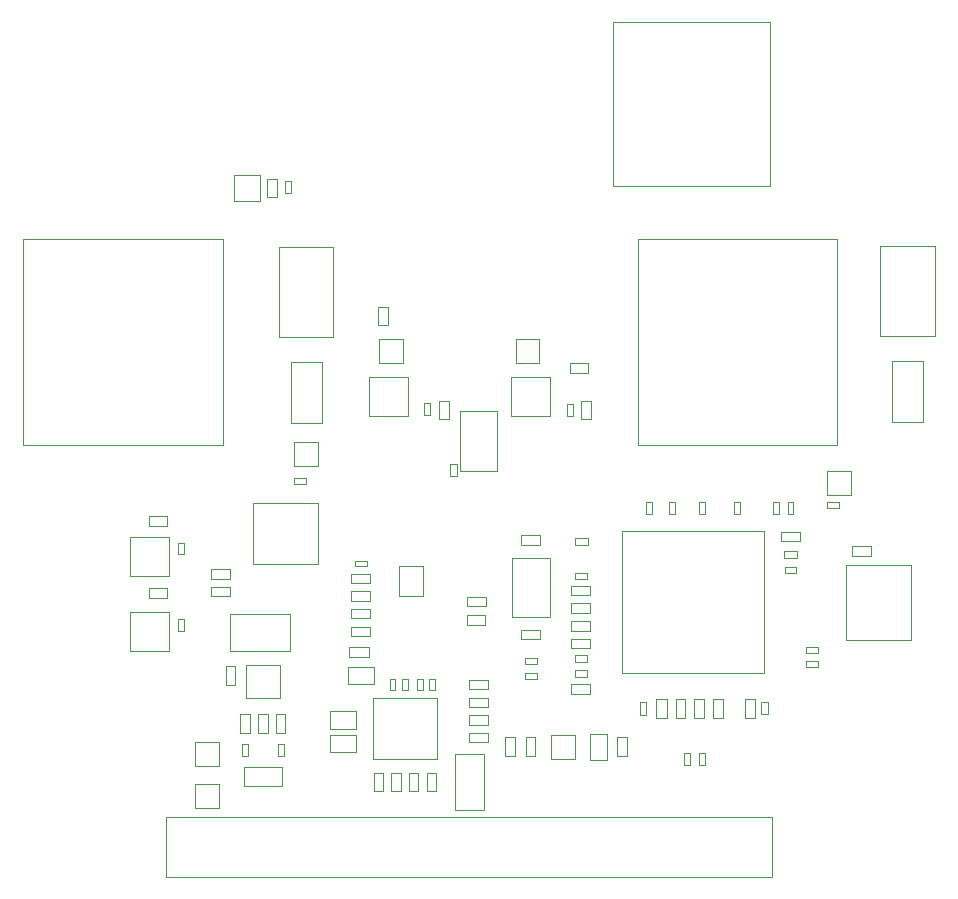
<source format=gbr>
%TF.GenerationSoftware,Altium Limited,Altium Designer,21.6.1 (37)*%
G04 Layer_Color=16711935*
%FSLAX45Y45*%
%MOMM*%
%TF.SameCoordinates,308497C2-864B-4A42-B135-7B231B7309CE*%
%TF.FilePolarity,Positive*%
%TF.FileFunction,Other,Components*%
%TF.Part,Single*%
G01*
G75*
%TA.AperFunction,NonConductor*%
%ADD103C,0.10000*%
%ADD104C,0.05000*%
%ADD106C,0.10160*%
D103*
X5214358Y5994988D02*
X6544359D01*
Y7389989D01*
X5214358D02*
X6544359D01*
X5214358Y5994988D02*
Y7389989D01*
X1914384Y3809984D02*
Y5549978D01*
X224378Y3809984D02*
X1914384D01*
X224378D02*
Y5549978D01*
X1914384D01*
X7114384Y3809984D02*
Y5549978D01*
X5424377Y3809984D02*
X7114384D01*
X5424377D02*
Y5549978D01*
X7114384D01*
X6495257Y1874129D02*
Y3075870D01*
X5293516Y1874129D02*
X6495257D01*
X5293516D02*
Y3075870D01*
X6495257D01*
X4679363Y2350014D02*
Y2850016D01*
X4359363Y2350014D02*
X4679363D01*
X4359363D02*
Y2850016D01*
X4679363D01*
X7187580Y2788481D02*
X7737586D01*
X7187580Y2153489D02*
Y2788481D01*
Y2153489D02*
X7737586D01*
Y2788481D01*
D104*
X3234370Y4499996D02*
X3434368D01*
Y4699993D01*
X3234370D02*
X3434368D01*
X3234370Y4499996D02*
Y4699993D01*
X4391861Y4700004D02*
X4591858D01*
X4391861Y4500007D02*
Y4700004D01*
Y4500007D02*
X4591858D01*
Y4700004D01*
X7232369Y3385006D02*
Y3585004D01*
X7032371D02*
X7232369D01*
X7032371Y3385006D02*
Y3585004D01*
Y3385006D02*
X7232369D01*
X2719369Y3627507D02*
Y3827504D01*
X2519371D02*
X2719369D01*
X2519371Y3627507D02*
Y3827504D01*
Y3627507D02*
X2719369D01*
X2006954Y5867730D02*
Y6092242D01*
X2226946D01*
Y5867730D02*
Y6092242D01*
X2006954Y5867730D02*
X2226946D01*
X2441949Y6039990D02*
X2491952D01*
Y5939983D02*
Y6039990D01*
X2441949Y5939983D02*
Y6039990D01*
Y5939983D02*
X2491952D01*
X2284467Y6057523D02*
X2369470D01*
X2284467Y5902522D02*
X2369470D01*
X2284467D02*
Y6057523D01*
X2369470Y5902522D02*
Y6057523D01*
X1434991Y145991D02*
X6564994D01*
X1434991D02*
Y653991D01*
X6564994D01*
Y145991D02*
Y653991D01*
X5021858Y1140004D02*
X5166862D01*
X5021858D02*
Y1360005D01*
X5166862Y1140004D02*
Y1360005D01*
X5021858D02*
X5166862D01*
X5254364Y1170000D02*
Y1330000D01*
X5334364Y1170000D02*
Y1330000D01*
X5254364D02*
X5334364D01*
X5254364Y1170000D02*
X5334364D01*
X4479364D02*
Y1330000D01*
X4559364Y1170000D02*
Y1330000D01*
X4479364D02*
X4559364D01*
X4479364Y1170000D02*
X4559364D01*
X4304365D02*
Y1330000D01*
X4384364Y1170000D02*
Y1330000D01*
X4304365D02*
X4384364D01*
X4304365Y1170000D02*
X4384364D01*
X3921864Y3585000D02*
Y4090000D01*
X4231864Y3585000D02*
Y4090000D01*
X3921864Y3585000D02*
X4231864D01*
X3921864Y4090000D02*
X4231864D01*
X3226863Y4977523D02*
X3311866D01*
X3226863Y4822522D02*
X3311866D01*
X3226863D02*
Y4977523D01*
X3311866Y4822522D02*
Y4977523D01*
X4849387Y4412498D02*
X5004388D01*
X4849387Y4497501D02*
X5004388D01*
X4849387Y4412498D02*
Y4497501D01*
X5004388Y4412498D02*
Y4497501D01*
X2519374Y3474980D02*
Y3524984D01*
X2619381D01*
X2519374Y3474980D02*
X2619381D01*
Y3524984D01*
X7129381Y3274980D02*
Y3324984D01*
X7029375Y3274980D02*
X7129381D01*
X7029375Y3324984D02*
X7129381D01*
X7029375Y3274980D02*
Y3324984D01*
X4941863Y4022477D02*
Y4177478D01*
X5026865Y4022477D02*
Y4177478D01*
X4941863D02*
X5026865D01*
X4941863Y4022477D02*
X5026865D01*
X3831866Y4027522D02*
Y4182523D01*
X3746863Y4027522D02*
Y4182523D01*
Y4027522D02*
X3831866D01*
X3746863Y4182523D02*
X3831866D01*
X4824380Y4150017D02*
X4874384D01*
Y4050010D02*
Y4150017D01*
X4824380Y4050010D02*
Y4150017D01*
Y4050010D02*
X4874384D01*
X3614380Y4157517D02*
X3664384D01*
Y4057510D02*
Y4157517D01*
X3614380Y4057510D02*
Y4157517D01*
Y4057510D02*
X3664384D01*
X4684364Y4053000D02*
Y4383000D01*
X4354364Y4053000D02*
Y4383000D01*
X4684364D01*
X4354364Y4053000D02*
X4684364D01*
X3154364Y4053501D02*
X3484364D01*
X3154364Y4383501D02*
X3484364D01*
X3154364Y4053501D02*
Y4383501D01*
X3484364Y4053501D02*
Y4383501D01*
X2489364Y3990000D02*
Y4510000D01*
X2749364Y3990000D02*
Y4510000D01*
X2489364D02*
X2749364D01*
X2489364Y3990000D02*
X2749364D01*
X7579364Y4000000D02*
Y4520000D01*
X7839364Y4000000D02*
Y4520000D01*
X7579364D02*
X7839364D01*
X7579364Y4000000D02*
X7839364D01*
X3839375Y3542493D02*
X3894378D01*
X3839375D02*
Y3647491D01*
X3894378Y3542493D02*
Y3647491D01*
X3839375D02*
X3894378D01*
X2849364Y4720000D02*
Y5480000D01*
X2389364Y4720000D02*
Y5480000D01*
Y4720000D02*
X2849364D01*
X2389364Y5480000D02*
X2849364D01*
X7939364Y4730000D02*
Y5490000D01*
X7479364Y4730000D02*
Y5490000D01*
Y4730000D02*
X7939364D01*
X7479364Y5490000D02*
X7939364D01*
X3879005Y1186501D02*
X4120000D01*
X3879005Y718499D02*
Y1186501D01*
X3875000Y718499D02*
X4125000D01*
X4120000D02*
Y1186501D01*
X1974364Y2065000D02*
X2479364D01*
X1974364Y2375000D02*
X2479364D01*
Y2065000D02*
Y2375000D01*
X1974364Y2065000D02*
Y2375000D01*
X1286841Y3207502D02*
X1441842D01*
X1286841Y3122499D02*
X1441842D01*
Y3207502D01*
X1286841Y3122499D02*
Y3207502D01*
X1286886Y2512498D02*
X1441887D01*
X1286886Y2597501D02*
X1441887D01*
X1286886Y2512498D02*
Y2597501D01*
X1441887Y2512498D02*
Y2597501D01*
X1536880Y2980017D02*
X1586884D01*
Y2880010D02*
Y2980017D01*
X1536880Y2880010D02*
Y2980017D01*
Y2880010D02*
X1586884D01*
X1536880Y2335018D02*
X1586884D01*
Y2235011D02*
Y2335018D01*
X1536880Y2235011D02*
Y2335018D01*
Y2235011D02*
X1586884D01*
X1454364Y2700000D02*
Y3030000D01*
X1124364Y2700000D02*
Y3030000D01*
Y2700000D02*
X1454364D01*
X1124364Y3030000D02*
X1454364D01*
Y2060000D02*
Y2390000D01*
X1124364Y2060000D02*
Y2390000D01*
Y2060000D02*
X1454364D01*
X1124364Y2390000D02*
X1454364D01*
X1879358Y733515D02*
Y933512D01*
X1679360Y733515D02*
X1879358D01*
X1679360Y933512D02*
X1879358D01*
X1679360Y733515D02*
Y933512D01*
Y1090015D02*
Y1290013D01*
X1879358D01*
X1679360Y1090015D02*
X1879358D01*
Y1290013D01*
X3324344Y1727483D02*
X3374348D01*
X3324344D02*
Y1827490D01*
X3374348Y1727483D02*
Y1827490D01*
X3324344D02*
X3374348D01*
X3429345Y1727483D02*
X3479348D01*
X3429345D02*
Y1827490D01*
X3479348Y1727483D02*
Y1827490D01*
X3429345D02*
X3479348D01*
X3554345Y1727483D02*
X3604348D01*
X3554345D02*
Y1827490D01*
X3604348Y1727483D02*
Y1827490D01*
X3554345D02*
X3604348D01*
X3659344Y1727483D02*
X3709348D01*
X3659344D02*
Y1827490D01*
X3709348Y1727483D02*
Y1827490D01*
X3659344D02*
X3709348D01*
X3029374Y2777481D02*
Y2827485D01*
X3129381D01*
X3029374Y2777481D02*
X3129381D01*
Y2827485D01*
X3976886Y2284999D02*
X4131887D01*
X3976886Y2370002D02*
X4131887D01*
X3976886Y2284999D02*
Y2370002D01*
X4131887Y2284999D02*
Y2370002D01*
X5986866Y1497522D02*
Y1652523D01*
X5901863Y1497522D02*
Y1652523D01*
Y1497522D02*
X5986866D01*
X5901863Y1652523D02*
X5986866D01*
X6059363Y1497477D02*
Y1652478D01*
X6144365Y1497477D02*
Y1652478D01*
X6059363D02*
X6144365D01*
X6059363Y1497477D02*
X6144365D01*
X3181864Y1145201D02*
X3726864D01*
X3181864D02*
Y1660001D01*
X3726864Y1145201D02*
Y1660001D01*
X3181864D02*
X3726864D01*
X2171864Y3312300D02*
X2716865D01*
Y2797500D02*
Y3312300D01*
X2171864Y2797500D02*
Y3312300D01*
Y2797500D02*
X2716865D01*
X3404349Y2777517D02*
X3604347D01*
X3404349Y2527516D02*
X3604347D01*
X3404349D02*
Y2777517D01*
X3604347Y2527516D02*
Y2777517D01*
X3146864Y2007500D02*
Y2092500D01*
X2981864Y2007500D02*
Y2092500D01*
X3146864D01*
X2981864Y2007500D02*
X3146864D01*
X3189369Y1780003D02*
Y1925007D01*
X2969368Y1780003D02*
X3189369D01*
X2969368Y1925007D02*
X3189369D01*
X2969368Y1780003D02*
Y1925007D01*
X3976864Y2440000D02*
Y2520000D01*
X4136864Y2440000D02*
Y2520000D01*
X3976864Y2440000D02*
X4136864D01*
X3976864Y2520000D02*
X4136864D01*
X4159364Y1737500D02*
Y1817500D01*
X3999364Y1737500D02*
Y1817500D01*
X4159364D01*
X3999364Y1737500D02*
X4159364D01*
Y1587500D02*
Y1667500D01*
X3999364Y1587500D02*
Y1667500D01*
X4159364D01*
X3999364Y1587500D02*
X4159364D01*
Y1437500D02*
Y1517500D01*
X3999364Y1437500D02*
Y1517500D01*
X4159364D01*
X3999364Y1437500D02*
X4159364D01*
Y1287500D02*
Y1367500D01*
X3999364Y1287500D02*
Y1367500D01*
X4159364D01*
X3999364Y1287500D02*
X4159364D01*
X3039369Y1405003D02*
Y1550007D01*
X2819369Y1405003D02*
X3039369D01*
X2819369Y1550007D02*
X3039369D01*
X2819369Y1405003D02*
Y1550007D01*
X3039369Y1205003D02*
Y1350007D01*
X2819369Y1205003D02*
X3039369D01*
X2819369Y1350007D02*
X3039369D01*
X2819369Y1205003D02*
Y1350007D01*
X3189364Y872501D02*
X3269364D01*
X3189364Y1032501D02*
X3269364D01*
Y872501D02*
Y1032501D01*
X3189364Y872501D02*
Y1032501D01*
X3339364Y872501D02*
X3419364D01*
X3339364Y1032501D02*
X3419364D01*
Y872501D02*
Y1032501D01*
X3339364Y872501D02*
Y1032501D01*
X3489364Y872501D02*
X3569364D01*
X3489364Y1032501D02*
X3569364D01*
Y872501D02*
Y1032501D01*
X3489364Y872501D02*
Y1032501D01*
X3639364Y872501D02*
X3719364D01*
X3639364Y1032501D02*
X3719364D01*
Y872501D02*
Y1032501D01*
X3639364Y872501D02*
Y1032501D01*
X1971864Y2525000D02*
Y2605000D01*
X1811864Y2525000D02*
Y2605000D01*
X1971864D01*
X1811864Y2525000D02*
X1971864D01*
Y2675000D02*
Y2755000D01*
X1811864Y2675000D02*
Y2755000D01*
X1971864D01*
X1811864Y2675000D02*
X1971864D01*
X3159364Y2637500D02*
Y2717500D01*
X2999364Y2637500D02*
Y2717500D01*
X3159364D01*
X2999364Y2637500D02*
X3159364D01*
X3159365Y2487500D02*
Y2567500D01*
X2999364Y2487500D02*
Y2567500D01*
X3159365D01*
X2999364Y2487500D02*
X3159365D01*
Y2187501D02*
Y2267500D01*
X2999364Y2187501D02*
Y2267500D01*
X3159365D01*
X2999364Y2187501D02*
X3159365D01*
Y2337501D02*
Y2417500D01*
X2999364Y2337501D02*
Y2417500D01*
X3159365D01*
X2999364Y2337501D02*
X3159365D01*
X6951881Y2044980D02*
Y2094984D01*
X6851875Y2044980D02*
X6951881D01*
X6851875Y2094984D02*
X6951881D01*
X6851875Y2044980D02*
Y2094984D01*
X6851847Y1925016D02*
Y1975019D01*
X6951854D01*
X6851847Y1925016D02*
X6951854D01*
Y1975019D01*
X4569381Y1949980D02*
Y1999984D01*
X4469374Y1949980D02*
X4569381D01*
X4469374Y1999984D02*
X4569381D01*
X4469374Y1949980D02*
Y1999984D01*
X5944345Y1099983D02*
X5994348D01*
X5944345D02*
Y1199990D01*
X5994348Y1099983D02*
Y1199990D01*
X5944345D02*
X5994348D01*
X6694345Y3224983D02*
X6744348D01*
X6694345D02*
Y3324990D01*
X6744348Y3224983D02*
Y3324990D01*
X6694345D02*
X6744348D01*
X5819380Y1200017D02*
X5869384D01*
Y1100010D02*
Y1200017D01*
X5819380Y1100010D02*
Y1200017D01*
Y1100010D02*
X5869384D01*
X6569380Y3325017D02*
X6619384D01*
Y3225010D02*
Y3325017D01*
X6569380Y3225010D02*
Y3325017D01*
Y3225010D02*
X6619384D01*
X4896857Y2962487D02*
Y3017489D01*
X5001855D01*
X4896857Y2962487D02*
X5001855D01*
Y3017489D01*
X6471876Y1632491D02*
X6526878D01*
Y1527493D02*
Y1632491D01*
X6471876Y1527493D02*
Y1632491D01*
Y1527493D02*
X6526878D01*
X6336864Y1495000D02*
X6416864D01*
X6336864Y1655000D02*
X6416864D01*
Y1495000D02*
Y1655000D01*
X6336864Y1495000D02*
Y1655000D01*
X5669366Y1497523D02*
Y1652523D01*
X5584363Y1497523D02*
Y1652523D01*
Y1497523D02*
X5669366D01*
X5584363Y1652523D02*
X5669366D01*
X5746865Y1495000D02*
X5826864D01*
X5746865Y1655000D02*
X5826864D01*
Y1495000D02*
Y1655000D01*
X5746865Y1495000D02*
Y1655000D01*
X5441875Y1627491D02*
X5496878D01*
Y1522493D02*
Y1627491D01*
X5441875Y1522493D02*
Y1627491D01*
Y1522493D02*
X5496878D01*
X4864365Y1700000D02*
Y1780000D01*
X5024365Y1700000D02*
Y1780000D01*
X4864365Y1700000D02*
X5024365D01*
X4864365Y1780000D02*
X5024365D01*
X6666874Y2852511D02*
Y2907513D01*
X6771871D01*
X6666874Y2852511D02*
X6771871D01*
Y2907513D01*
X6799364Y2990000D02*
Y3070000D01*
X6639364Y2990000D02*
Y3070000D01*
X6799364D01*
X6639364Y2990000D02*
X6799364D01*
X6244345Y3224983D02*
X6294348D01*
X6244345D02*
Y3324990D01*
X6294348Y3224983D02*
Y3324990D01*
X6244345D02*
X6294348D01*
X4996855Y1842487D02*
Y1897489D01*
X4891858Y1842487D02*
X4996855D01*
X4891858Y1897489D02*
X4996855D01*
X4891858Y1842487D02*
Y1897489D01*
X4996855Y1972487D02*
Y2027489D01*
X4891858Y1972487D02*
X4996855D01*
X4891858Y2027489D02*
X4996855D01*
X4891858Y1972487D02*
Y2027489D01*
X6669347Y2725016D02*
Y2775019D01*
X6769354D01*
X6669347Y2725016D02*
X6769354D01*
Y2775019D01*
X4439365Y2160000D02*
Y2240000D01*
X4599365Y2160000D02*
Y2240000D01*
X4439365Y2160000D02*
X4599365D01*
X4439365Y2240000D02*
X4599365D01*
X5944345Y3224983D02*
X5994348D01*
X5944345D02*
Y3324990D01*
X5994348Y3224983D02*
Y3324990D01*
X5944345D02*
X5994348D01*
X4864365Y2535000D02*
Y2615000D01*
X5024365Y2535000D02*
Y2615000D01*
X4864365Y2535000D02*
X5024365D01*
X4864365Y2615000D02*
X5024365D01*
X4994382Y2674980D02*
Y2724984D01*
X4894375Y2674980D02*
X4994382D01*
X4894375Y2724984D02*
X4994382D01*
X4894375Y2674980D02*
Y2724984D01*
X5694345Y3224983D02*
X5744348D01*
X5694345D02*
Y3324990D01*
X5744348Y3224983D02*
Y3324990D01*
X5694345D02*
X5744348D01*
X5491851Y3222509D02*
X5546853D01*
X5491851D02*
Y3327507D01*
X5546853Y3222509D02*
Y3327507D01*
X5491851D02*
X5546853D01*
X4864365Y2085000D02*
Y2165000D01*
X5024365Y2085000D02*
Y2165000D01*
X4864365Y2085000D02*
X5024365D01*
X4864365Y2165000D02*
X5024365D01*
X4864365Y2385000D02*
Y2465000D01*
X5024365Y2385000D02*
Y2465000D01*
X4864365Y2385000D02*
X5024365D01*
X4864365Y2465000D02*
X5024365D01*
X4864365Y2235000D02*
Y2315000D01*
X5024365Y2235000D02*
Y2315000D01*
X4864365Y2235000D02*
X5024365D01*
X4864365Y2315000D02*
X5024365D01*
X4599365Y2960000D02*
Y3040000D01*
X4439365Y2960000D02*
Y3040000D01*
X4599365D01*
X4439365Y2960000D02*
X4599365D01*
X4569354Y1825016D02*
Y1875019D01*
X4469347Y1825016D02*
X4569354D01*
X4469347Y1875019D02*
X4569354D01*
X4469347Y1825016D02*
Y1875019D01*
X2411882Y919995D02*
Y1080003D01*
X2091883Y919995D02*
Y1080003D01*
X2411882D01*
X2091883Y919995D02*
X2411882D01*
X2141864Y1370000D02*
Y1530000D01*
X2061864Y1370000D02*
Y1530000D01*
Y1370000D02*
X2141864D01*
X2061864Y1530000D02*
X2141864D01*
X2376880Y1175010D02*
X2426883D01*
X2376880D02*
Y1275017D01*
X2426883Y1175010D02*
Y1275017D01*
X2376880D02*
X2426883D01*
X2361864Y1370000D02*
Y1530000D01*
X2441864Y1370000D02*
Y1530000D01*
X2361864D02*
X2441864D01*
X2361864Y1370000D02*
X2441864D01*
X2076880Y1175010D02*
X2126883D01*
X2076880D02*
Y1275017D01*
X2126883Y1175010D02*
Y1275017D01*
X2076880D02*
X2126883D01*
X2211864Y1370000D02*
Y1530000D01*
X2291864Y1370000D02*
Y1530000D01*
X2211864D02*
X2291864D01*
X2211864Y1370000D02*
X2291864D01*
X2396867Y1660006D02*
Y1939999D01*
X2106860Y1660006D02*
X2396867D01*
X2106860D02*
Y1939999D01*
X2396867D01*
X1936864Y1777500D02*
Y1937500D01*
X2016864Y1777500D02*
Y1937500D01*
X1936864D02*
X2016864D01*
X1936864Y1777500D02*
X2016864D01*
X7239364Y2870000D02*
X7399364D01*
X7239364Y2950000D02*
X7399364D01*
X7239364Y2870000D02*
Y2950000D01*
X7399364Y2870000D02*
Y2950000D01*
D106*
X4895341Y1149999D02*
Y1349997D01*
X4693344D02*
X4895341D01*
X4693344Y1149999D02*
Y1349997D01*
Y1149999D02*
X4895341D01*
%TF.MD5,766a1995a46b28eee8bad3cf3a4f383b*%
M02*

</source>
